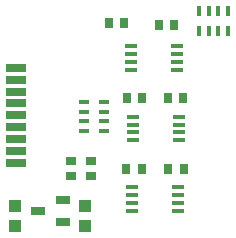
<source format=gbr>
G04 EAGLE Gerber RS-274X export*
G75*
%MOMM*%
%FSLAX34Y34*%
%LPD*%
%INSolderpaste Top*%
%IPPOS*%
%AMOC8*
5,1,8,0,0,1.08239X$1,22.5*%
G01*
%ADD10R,1.800000X0.700000*%
%ADD11R,1.000000X1.100000*%
%ADD12R,1.250000X0.650000*%
%ADD13R,1.100000X0.450000*%
%ADD14R,0.900000X0.450000*%
%ADD15R,0.450000X0.900000*%
%ADD16R,0.700000X0.900000*%
%ADD17R,0.900000X0.700000*%


D10*
X50800Y105156D03*
X50800Y95156D03*
X50800Y85156D03*
X50800Y115156D03*
X50800Y125156D03*
X50800Y135156D03*
X50800Y75156D03*
X50800Y145156D03*
X50800Y65156D03*
D11*
X49530Y28566D03*
X49530Y11566D03*
X109220Y28566D03*
X109220Y11566D03*
D12*
X90510Y14630D03*
X90510Y33630D03*
X69510Y24130D03*
D13*
X149156Y44040D03*
X149156Y37540D03*
X149156Y31040D03*
X149156Y24540D03*
X188156Y24540D03*
X188156Y31040D03*
X188156Y37540D03*
X188156Y44040D03*
D14*
X107832Y116140D03*
X107832Y108140D03*
X107832Y100140D03*
X107832Y92140D03*
X124832Y92140D03*
X124832Y100140D03*
X124832Y108140D03*
X124832Y116140D03*
D15*
X205678Y176666D03*
X213678Y176666D03*
X221678Y176666D03*
X229678Y176666D03*
X229678Y193666D03*
X221678Y193666D03*
X213678Y193666D03*
X205678Y193666D03*
D16*
X156868Y59944D03*
X143868Y59944D03*
X179682Y59944D03*
X192682Y59944D03*
D17*
X114046Y66698D03*
X114046Y53698D03*
X97282Y66444D03*
X97282Y53444D03*
D16*
X129390Y182880D03*
X142390Y182880D03*
X184300Y181610D03*
X171300Y181610D03*
D13*
X149410Y103730D03*
X149410Y97230D03*
X149410Y90730D03*
X149410Y84230D03*
X188410Y84230D03*
X188410Y90730D03*
X188410Y97230D03*
X188410Y103730D03*
D16*
X178920Y119380D03*
X191920Y119380D03*
X157630Y119380D03*
X144630Y119380D03*
D13*
X148140Y163420D03*
X148140Y156920D03*
X148140Y150420D03*
X148140Y143920D03*
X187140Y143920D03*
X187140Y150420D03*
X187140Y156920D03*
X187140Y163420D03*
M02*

</source>
